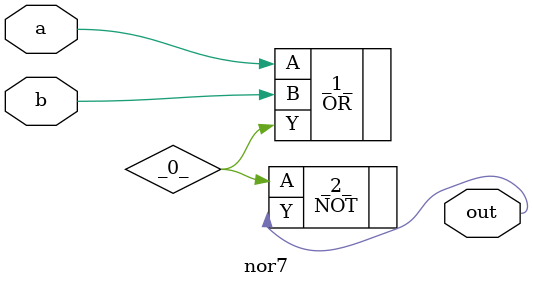
<source format=v>
/* Generated by Yosys 0.41+83 (git sha1 7045cf509, x86_64-w64-mingw32-g++ 13.2.1 -Os) */

/* cells_not_processed =  1  */
/* src = "nor7.v:2.1-14.10" */
module nor7(a, b, out);
  wire _0_;
  /* src = "nor7.v:3.16-3.17" */
  input a;
  wire a;
  /* src = "nor7.v:3.18-3.19" */
  input b;
  wire b;
  /* src = "nor7.v:4.17-4.20" */
  output out;
  wire out;
  OR _1_ (
    .A(a),
    .B(b),
    .Y(_0_)
  );
  NOT _2_ (
    .A(_0_),
    .Y(out)
  );
endmodule

</source>
